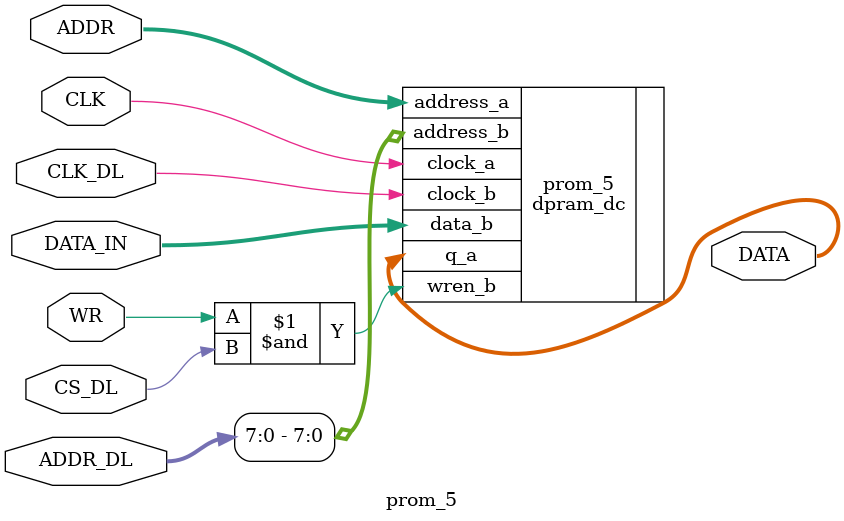
<source format=sv>


module selector
(
	input logic [24:0] ioctl_addr,
	output logic ep1_cs, ep2_cs, ep3_cs, ep4_cs, ep5_cs, ep6_cs, ep7_cs, prom1_cs, prom2_cs, prom3_cs, prom4_cs, prom5_cs
);

	always_comb begin
		{ep1_cs, ep2_cs, ep3_cs, ep4_cs, ep5_cs, ep6_cs, ep7_cs, prom1_cs, prom2_cs, prom3_cs, prom4_cs, prom5_cs} = 0;
		if(ioctl_addr < 'h8000)
			ep1_cs = 1; // 0x8000 15
		else if(ioctl_addr < 'hC000)
			ep2_cs = 1; // 0x4000 14
		else if(ioctl_addr < 'h10000)
			ep3_cs = 1; // 0x4000 14
		else if(ioctl_addr < 'h18000)
			ep4_cs = 1; // 0x8000 15
		else if(ioctl_addr < 'h20000)
			ep5_cs = 1; // 0x8000 15
		else if(ioctl_addr < 'h28000)
			ep6_cs = 1; // 0x8000 15
		else if(ioctl_addr < 'h30000)
			ep7_cs = 1; // 0x8000 15
		else if(ioctl_addr < 'h30100)
			prom1_cs = 1; // 0x100  8
		else if(ioctl_addr < 'h30200)
			prom2_cs = 1; // 0x100  8
		else if(ioctl_addr < 'h30300)
			prom3_cs = 1; // 0x100  8
		else if(ioctl_addr < 'h30400)
			prom4_cs = 1; // 0x100  8
		else
			prom5_cs = 1; // 0x100  8
	end
endmodule

////////////
// EPROMS //
////////////

module eprom_1
(
	input logic        CLK,
	input logic        CLK_DL,
	input logic [14:0] ADDR,
	input logic [24:0] ADDR_DL,
	input logic [7:0]  DATA_IN,
	input logic        CS_DL,
	input logic        WR,
	output logic [7:0] DATA
);
	dpram_dc #(.widthad_a(15)) eprom_1
	(
		.clock_a(CLK),
		.address_a(ADDR[14:0]),
		.q_a(DATA[7:0]),

		.clock_b(CLK_DL),
		.address_b(ADDR_DL[14:0]),
		.data_b(DATA_IN),
		.wren_b(WR & CS_DL)
	);
endmodule

module eprom_2
(
	input logic        CLK,
	input logic        CLK_DL,
	input logic [13:0] ADDR,
	input logic [24:0] ADDR_DL,
	input logic [7:0]  DATA_IN,
	input logic        CS_DL,
	input logic        WR,
	output logic [7:0] DATA
);
	dpram_dc #(.widthad_a(14)) eprom_2
	(
		.clock_a(CLK),
		.address_a(ADDR[13:0]),
		.q_a(DATA[7:0]),

		.clock_b(CLK_DL),
		.address_b(ADDR_DL[13:0]),
		.data_b(DATA_IN),
		.wren_b(WR & CS_DL)
	);
endmodule

module eprom_3
(
	input logic        CLK,
	input logic        CLK_DL,
	input logic [13:0] ADDR,
	input logic [24:0] ADDR_DL,
	input logic [7:0]  DATA_IN,
	input logic        CS_DL,
	input logic        WR,
	output logic [7:0] DATA
);
	dpram_dc #(.widthad_a(14)) eprom_3
	(
		.clock_a(CLK),
		.address_a(ADDR[13:0]),
		.q_a(DATA[7:0]),

		.clock_b(CLK_DL),
		.address_b(ADDR_DL[13:0]),
		.data_b(DATA_IN),
		.wren_b(WR & CS_DL)
	);
endmodule

module eprom_4
(
	input logic        CLK,
	input logic        CLK_DL,
	input logic [14:0] ADDR,
	input logic [24:0] ADDR_DL,
	input logic [7:0]  DATA_IN,
	input logic        CS_DL,
	input logic        WR,
	output logic [7:0] DATA
);
	dpram_dc #(.widthad_a(15)) eprom_4
	(
		.clock_a(CLK),
		.address_a(ADDR[14:0]),
		.q_a(DATA[7:0]),

		.clock_b(CLK_DL),
		.address_b(ADDR_DL[14:0]),
		.data_b(DATA_IN),
		.wren_b(WR & CS_DL)
	);
endmodule

module eprom_5
(
	input logic        CLK,
	input logic        CLK_DL,
	input logic [14:0] ADDR,
	input logic [24:0] ADDR_DL,
	input logic [7:0]  DATA_IN,
	input logic        CS_DL,
	input logic        WR,
	output logic [7:0] DATA
);
	dpram_dc #(.widthad_a(15)) eprom_5
	(
		.clock_a(CLK),
		.address_a(ADDR[14:0]),
		.q_a(DATA[7:0]),

		.clock_b(CLK_DL),
		.address_b(ADDR_DL[14:0]),
		.data_b(DATA_IN),
		.wren_b(WR & CS_DL)
	);
endmodule

module eprom_6
(
	input logic        CLK,
	input logic        CLK_DL,
	input logic [14:0] ADDR,
	input logic [24:0] ADDR_DL,
	input logic [7:0]  DATA_IN,
	input logic        CS_DL,
	input logic        WR,
	output logic [7:0] DATA
);
	dpram_dc #(.widthad_a(15)) eprom_6
	(
		.clock_a(CLK),
		.address_a(ADDR[14:0]),
		.q_a(DATA[7:0]),

		.clock_b(CLK_DL),
		.address_b(ADDR_DL[14:0]),
		.data_b(DATA_IN),
		.wren_b(WR & CS_DL)
	);
endmodule

module eprom_7
(
	input logic        CLK,
	input logic        CLK_DL,
	input logic [14:0] ADDR,
	input logic [24:0] ADDR_DL,
	input logic [7:0]  DATA_IN,
	input logic        CS_DL,
	input logic        WR,
	output logic [7:0] DATA
);
	dpram_dc #(.widthad_a(15)) eprom_7
	(
		.clock_a(CLK),
		.address_a(ADDR[14:0]),
		.q_a(DATA[7:0]),

		.clock_b(CLK_DL),
		.address_b(ADDR_DL[14:0]),
		.data_b(DATA_IN),
		.wren_b(WR & CS_DL)
	);
endmodule

///////////
// PROMS //
///////////

module prom_1
(
	input logic        CLK,
	input logic        CLK_DL,
	input logic [7:0]  ADDR,
	input logic [24:0] ADDR_DL,
	input logic [3:0]  DATA_IN,
	input logic        CS_DL,
	input logic        WR,
	output logic [3:0] DATA
);
	dpram_dc #(.widthad_a(8)) prom_1
	(
		.clock_a(CLK),
		.address_a(ADDR),
		.q_a(DATA[3:0]),

		.clock_b(CLK_DL),
		.address_b(ADDR_DL[7:0]),
		.data_b(DATA_IN),
		.wren_b(WR & CS_DL)
	);
endmodule

module prom_2
(
	input logic        CLK,
	input logic        CLK_DL,
	input logic [7:0]  ADDR,
	input logic [24:0] ADDR_DL,
	input logic [3:0]  DATA_IN,
	input logic        CS_DL,
	input logic        WR,
	output logic [3:0] DATA
);
	dpram_dc #(.widthad_a(8)) prom_2
	(
		.clock_a(CLK),
		.address_a(ADDR),
		.q_a(DATA[3:0]),

		.clock_b(CLK_DL),
		.address_b(ADDR_DL[7:0]),
		.data_b(DATA_IN),
		.wren_b(WR & CS_DL)
	);
endmodule

module prom_3
(
	input logic        CLK,
	input logic        CLK_DL,
	input logic [7:0]  ADDR,
	input logic [24:0] ADDR_DL,
	input logic [3:0]  DATA_IN,
	input logic        CS_DL,
	input logic        WR,
	output logic [3:0] DATA
);
	dpram_dc #(.widthad_a(8)) prom_3
	(
		.clock_a(CLK),
		.address_a(ADDR),
		.q_a(DATA[3:0]),

		.clock_b(CLK_DL),
		.address_b(ADDR_DL[7:0]),
		.data_b(DATA_IN),
		.wren_b(WR & CS_DL)
	);
endmodule

module prom_4
(
	input logic        CLK,
	input logic        CLK_DL,
	input logic [7:0]  ADDR,
	input logic [24:0] ADDR_DL,
	input logic [3:0]  DATA_IN,
	input logic        CS_DL,
	input logic        WR,
	output logic [3:0] DATA
);
	dpram_dc #(.widthad_a(8)) prom_4
	(
		.clock_a(CLK),
		.address_a(ADDR),
		.q_a(DATA[3:0]),

		.clock_b(CLK_DL),
		.address_b(ADDR_DL[7:0]),
		.data_b(DATA_IN),
		.wren_b(WR & CS_DL)
	);
endmodule

module prom_5
(
	input logic        CLK,
	input logic        CLK_DL,
	input logic [7:0]  ADDR,
	input logic [24:0] ADDR_DL,
	input logic [3:0]  DATA_IN,
	input logic        CS_DL,
	input logic        WR,
	output logic [3:0] DATA
);
	dpram_dc #(.widthad_a(8)) prom_5
	(
		.clock_a(CLK),
		.address_a(ADDR),
		.q_a(DATA[3:0]),

		.clock_b(CLK_DL),
		.address_b(ADDR_DL[7:0]),
		.data_b(DATA_IN),
		.wren_b(WR & CS_DL)
	);
endmodule

</source>
